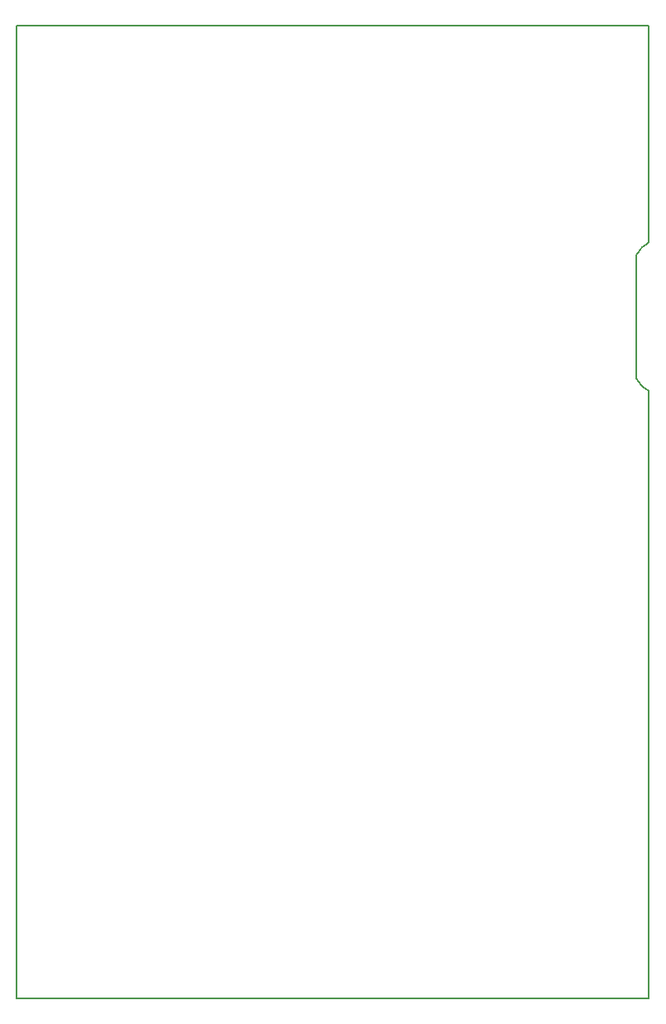
<source format=gbr>
G04 #@! TF.GenerationSoftware,KiCad,Pcbnew,(5.0.2)-1*
G04 #@! TF.CreationDate,2020-01-15T00:45:38+01:00*
G04 #@! TF.ProjectId,airMon,6169724d-6f6e-42e6-9b69-6361645f7063,0.1*
G04 #@! TF.SameCoordinates,Original*
G04 #@! TF.FileFunction,Profile,NP*
%FSLAX46Y46*%
G04 Gerber Fmt 4.6, Leading zero omitted, Abs format (unit mm)*
G04 Created by KiCad (PCBNEW (5.0.2)-1) date 15.01.2020 0:45:38*
%MOMM*%
%LPD*%
G01*
G04 APERTURE LIST*
%ADD10C,0.200000*%
G04 APERTURE END LIST*
D10*
X82550001Y-42545000D02*
G75*
G02X83820001Y-41275001I2539999J-1270000D01*
G01*
X83820000Y-56514999D02*
G75*
G02X82550001Y-55244999I1270000J2539999D01*
G01*
X82550000Y-42545000D02*
X82550000Y-55245000D01*
X83820000Y-56515000D02*
X83820000Y-118745000D01*
X83820000Y-41275000D02*
X83820000Y-19050000D01*
X83820000Y-19050000D02*
X19050000Y-19050000D01*
X19050000Y-118745000D02*
X83820000Y-118745000D01*
X19050000Y-19050000D02*
X19050000Y-118745000D01*
M02*

</source>
